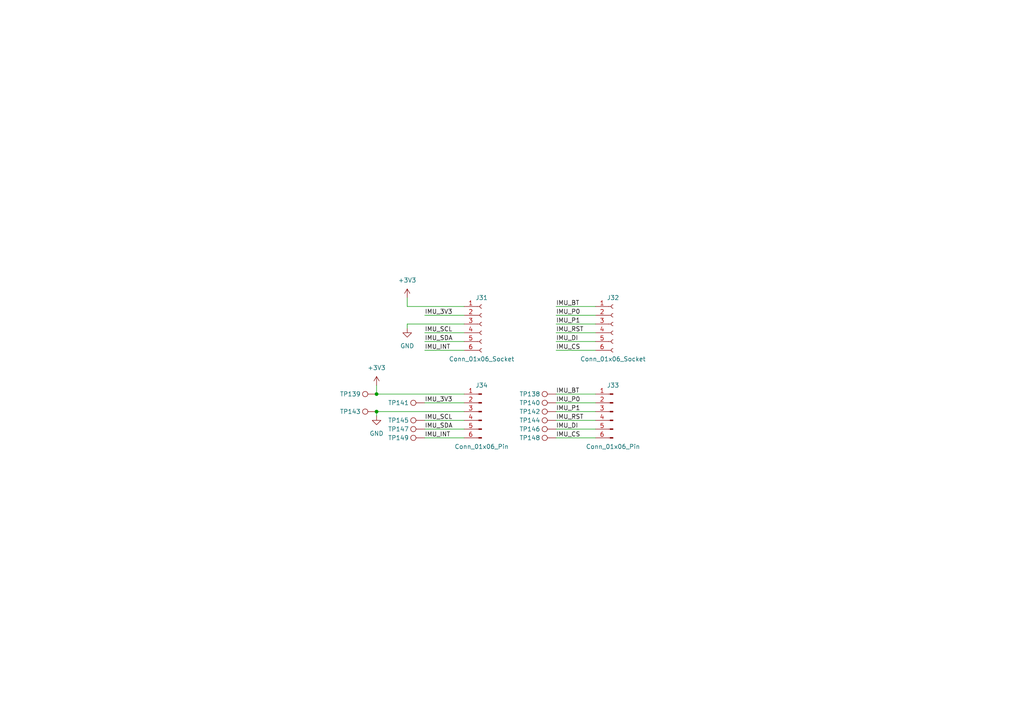
<source format=kicad_sch>
(kicad_sch (version 20231120) (generator "eeschema") (generator_version "8.0")
  (paper "A4")
  (title_block (title "Unidad de Medición Inercial") (date "2024-07-18") (rev "Final"))
  (lib_symbols
    (symbol "Connector:Conn_01x06_Pin" (pin_names (offset 1.016) hide)
      (property "Reference" "J" (at 0 7.62 0))
      (property "Value" "Conn_01x06_Pin" (at 0 -10.16 0))
      (symbol "Conn_01x06_Pin_1_1"
        (polyline (pts (xy 1.27 -7.62) (xy 0.8636 -7.62)) (stroke (width 0.1524)))
        (polyline (pts (xy 1.27 -5.08) (xy 0.8636 -5.08)) (stroke (width 0.1524)))
        (polyline (pts (xy 1.27 -2.54) (xy 0.8636 -2.54)) (stroke (width 0.1524)))
        (polyline (pts (xy 1.27 0) (xy 0.8636 0)) (stroke (width 0.1524)))
        (polyline (pts (xy 1.27 2.54) (xy 0.8636 2.54)) (stroke (width 0.1524)))
        (polyline (pts (xy 1.27 5.08) (xy 0.8636 5.08)) (stroke (width 0.1524)))
        (rectangle (start 0.8636 -7.493) (end 0 -7.747) (stroke (width 0.1524)) (fill (type outline)))
        (rectangle (start 0.8636 -4.953) (end 0 -5.207) (stroke (width 0.1524)) (fill (type outline)))
        (rectangle (start 0.8636 -2.413) (end 0 -2.667) (stroke (width 0.1524)) (fill (type outline)))
        (rectangle (start 0.8636 0.127) (end 0 -0.127) (stroke (width 0.1524)) (fill (type outline)))
        (rectangle (start 0.8636 2.667) (end 0 2.413) (stroke (width 0.1524)) (fill (type outline)))
        (rectangle (start 0.8636 5.207) (end 0 4.953) (stroke (width 0.1524)) (fill (type outline)))
        (pin passive line (at 5.08 5.08 180) (length 3.81) (name "Pin_1") (number "1"))
        (pin passive line (at 5.08 2.54 180) (length 3.81) (name "Pin_2") (number "2"))
        (pin passive line (at 5.08 0 180) (length 3.81) (name "Pin_3") (number "3"))
        (pin passive line (at 5.08 -2.54 180) (length 3.81) (name "Pin_4") (number "4"))
        (pin passive line (at 5.08 -5.08 180) (length 3.81) (name "Pin_5") (number "5"))
        (pin passive line (at 5.08 -7.62 180) (length 3.81) (name "Pin_6") (number "6"))
      )
    )
    (symbol "Connector:Conn_01x06_Socket" (pin_names (offset 1.016) hide)
      (property "Reference" "J" (at 0 7.62 0))
      (property "Value" "Conn_01x06_Socket" (at 0 -10.16 0))
      (symbol "Conn_01x06_Socket_1_1"
        (arc (start 0 -7.112) (mid -0.5058 -7.62) (end 0 -8.128) (stroke (width 0.1524)))
        (arc (start 0 -4.572) (mid -0.5058 -5.08) (end 0 -5.588) (stroke (width 0.1524)))
        (arc (start 0 -2.032) (mid -0.5058 -2.54) (end 0 -3.048) (stroke (width 0.1524)))
        (polyline (pts (xy -1.27 -7.62) (xy -0.508 -7.62)) (stroke (width 0.1524)))
        (polyline (pts (xy -1.27 -5.08) (xy -0.508 -5.08)) (stroke (width 0.1524)))
        (polyline (pts (xy -1.27 -2.54) (xy -0.508 -2.54)) (stroke (width 0.1524)))
        (polyline (pts (xy -1.27 0) (xy -0.508 0)) (stroke (width 0.1524)))
        (polyline (pts (xy -1.27 2.54) (xy -0.508 2.54)) (stroke (width 0.1524)))
        (polyline (pts (xy -1.27 5.08) (xy -0.508 5.08)) (stroke (width 0.1524)))
        (arc (start 0 0.508) (mid -0.5058 0) (end 0 -0.508) (stroke (width 0.1524)))
        (arc (start 0 3.048) (mid -0.5058 2.54) (end 0 2.032) (stroke (width 0.1524)))
        (arc (start 0 5.588) (mid -0.5058 5.08) (end 0 4.572) (stroke (width 0.1524)))
        (pin passive line (at -5.08 5.08 0) (length 3.81) (name "Pin_1") (number "1"))
        (pin passive line (at -5.08 2.54 0) (length 3.81) (name "Pin_2") (number "2"))
        (pin passive line (at -5.08 0 0) (length 3.81) (name "Pin_3") (number "3"))
        (pin passive line (at -5.08 -2.54 0) (length 3.81) (name "Pin_4") (number "4"))
        (pin passive line (at -5.08 -5.08 0) (length 3.81) (name "Pin_5") (number "5"))
        (pin passive line (at -5.08 -7.62 0) (length 3.81) (name "Pin_6") (number "6"))
      )
    )
    (symbol "Connector:TestPoint" (pin_numbers hide) (pin_names (offset 0.762) hide)
      (property "Reference" "TP" (at 0 6.858 0))
      (property "Value" "TestPoint" (at 0 5.08 0))
      (symbol "TestPoint_0_1"
        (circle (center 0 3.302) (radius 0.762))
      )
      (symbol "TestPoint_1_1"
        (pin passive line (at 0 0 90) (length 2.54) (name "1") (number "1"))
      )
    )
    (symbol "power:+3V3" (power) (pin_names (offset 0))
      (property "Value" "+3V3" (at 0 3.556 0))
      (symbol "+3V3_0_1"
        (polyline (pts (xy -0.762 1.27) (xy 0 2.54)))
        (polyline (pts (xy 0 0) (xy 0 2.54)))
        (polyline (pts (xy 0 2.54) (xy 0.762 1.27)))
      )
      (symbol "+3V3_1_1"
        (pin power_in line (at 0 0 90) (length 0) hide (name "+3V3") (number "1"))
      )
    )
    (symbol "power:GND" (power) (pin_names (offset 0))
      (property "Value" "GND" (at 0 -3.81 0))
      (symbol "GND_0_1"
        (polyline (pts (xy 0 0) (xy 0 -1.27) (xy 1.27 -1.27) (xy 0 -2.54) (xy -1.27 -1.27) (xy 0 -1.27)))
      )
      (symbol "GND_1_1"
        (pin power_in line (at 0 0 270) (length 0) hide (name "GND") (number "1"))
      )
    )
  )
  (junction (at 109.22 114.3))
  (junction (at 109.22 119.38))
  (wire (pts (xy 161.29 88.9) (xy 172.72 88.9)))
  (wire (pts (xy 161.29 124.46) (xy 172.72 124.46)))
  (wire (pts (xy 161.29 121.92) (xy 172.72 121.92)))
  (wire (pts (xy 123.19 96.52) (xy 134.62 96.52)))
  (wire (pts (xy 161.29 96.52) (xy 172.72 96.52)))
  (wire (pts (xy 123.19 91.44) (xy 134.62 91.44)))
  (wire (pts (xy 161.29 116.84) (xy 172.72 116.84)))
  (wire (pts (xy 123.19 127) (xy 134.62 127)))
  (wire (pts (xy 118.11 86.36) (xy 118.11 88.9)))
  (wire (pts (xy 161.29 93.98) (xy 172.72 93.98)))
  (wire (pts (xy 161.29 99.06) (xy 172.72 99.06)))
  (wire (pts (xy 134.62 93.98) (xy 118.11 93.98)))
  (wire (pts (xy 161.29 119.38) (xy 172.72 119.38)))
  (wire (pts (xy 109.22 114.3) (xy 134.62 114.3)))
  (wire (pts (xy 109.22 119.38) (xy 109.22 120.65)))
  (wire (pts (xy 109.22 111.76) (xy 109.22 114.3)))
  (wire (pts (xy 123.19 101.6) (xy 134.62 101.6)))
  (wire (pts (xy 161.29 114.3) (xy 172.72 114.3)))
  (wire (pts (xy 118.11 93.98) (xy 118.11 95.25)))
  (wire (pts (xy 109.22 119.38) (xy 134.62 119.38)))
  (wire (pts (xy 123.19 99.06) (xy 134.62 99.06)))
  (wire (pts (xy 118.11 88.9) (xy 134.62 88.9)))
  (wire (pts (xy 161.29 101.6) (xy 172.72 101.6)))
  (wire (pts (xy 123.19 121.92) (xy 134.62 121.92)))
  (wire (pts (xy 123.19 124.46) (xy 134.62 124.46)))
  (wire (pts (xy 161.29 91.44) (xy 172.72 91.44)))
  (wire (pts (xy 123.19 116.84) (xy 134.62 116.84)))
  (wire (pts (xy 161.29 127) (xy 172.72 127)))
  (label "IMU_CS" (at 161.29 127 0))
  (label "IMU_P1" (at 161.29 93.98 0))
  (label "IMU_DI" (at 161.29 99.06 0))
  (label "IMU_3V3" (at 123.19 116.84 0))
  (label "IMU_P0" (at 161.29 91.44 0))
  (label "IMU_RST" (at 161.29 96.52 0))
  (label "IMU_BT" (at 161.29 114.3 0))
  (label "IMU_INT" (at 123.19 101.6 0))
  (label "IMU_CS" (at 161.29 101.6 0))
  (label "IMU_SDA" (at 123.19 99.06 0))
  (label "IMU_P0" (at 161.29 116.84 0))
  (label "IMU_P1" (at 161.29 119.38 0))
  (label "IMU_BT" (at 161.29 88.9 0))
  (label "IMU_SCL" (at 123.19 96.52 0))
  (label "IMU_RST" (at 161.29 121.92 0))
  (label "IMU_DI" (at 161.29 124.46 0))
  (label "IMU_INT" (at 123.19 127 0))
  (label "IMU_SDA" (at 123.19 124.46 0))
  (label "IMU_3V3" (at 123.19 91.44 0))
  (label "IMU_SCL" (at 123.19 121.92 0))
  (symbol (lib_id "Connector:TestPoint") (at 161.29 124.46 90) (unit 1)
    (property "Reference" "TP146" (at 153.67 124.46 90))
    (property "Value" "TestPoint" (effects (hide yes)))
    (property "Footprint" "TestPoint:TestPoint_Pad_D1.5mm" (effects (hide yes)))
  )
  (symbol (lib_id "Connector:TestPoint") (at 161.29 121.92 90) (unit 1)
    (property "Reference" "TP144" (at 153.67 121.92 90))
    (property "Value" "TestPoint" (effects (hide yes)))
    (property "Footprint" "TestPoint:TestPoint_Pad_D1.5mm" (effects (hide yes)))
  )
  (symbol (lib_id "Connector:TestPoint") (at 161.29 119.38 90) (unit 1)
    (property "Reference" "TP142" (at 153.67 119.38 90))
    (property "Value" "TestPoint" (effects (hide yes)))
    (property "Footprint" "TestPoint:TestPoint_Pad_D1.5mm" (effects (hide yes)))
  )
  (symbol (lib_id "Connector:TestPoint") (at 123.19 116.84 90) (unit 1)
    (property "Reference" "TP141" (at 115.57 116.84 90))
    (property "Value" "TestPoint" (effects (hide yes)))
    (property "Footprint" "TestPoint:TestPoint_Pad_D1.5mm" (effects (hide yes)))
  )
  (symbol (lib_id "Connector:TestPoint") (at 123.19 121.92 90) (unit 1)
    (property "Reference" "TP145" (at 115.57 121.92 90))
    (property "Value" "TestPoint" (effects (hide yes)))
    (property "Footprint" "TestPoint:TestPoint_Pad_D1.5mm" (effects (hide yes)))
  )
  (symbol (lib_id "power:+3V3") (at 118.11 86.36 0) (unit 1)
    (property "Reference" "#PWR078" (effects (hide yes)))
    (property "Value" "+3V3" (at 118.11 81.28 0))
  )
  (symbol (lib_id "Connector:TestPoint") (at 109.22 114.3 90) (unit 1)
    (property "Reference" "TP139" (at 101.6 114.3 90))
    (property "Value" "TestPoint" (effects (hide yes)))
    (property "Footprint" "TestPoint:TestPoint_Pad_D1.5mm" (effects (hide yes)))
  )
  (symbol (lib_id "Connector:Conn_01x06_Pin") (at 139.7 119.38 0) (mirror y) (unit 1)
    (property "Reference" "J34" (at 139.7 111.76 0))
    (property "Value" "Conn_01x06_Pin" (at 139.7 129.54 0))
    (property "Footprint" "Connector_PinHeader_2.54mm:PinHeader_1x06_P2.54mm_Vertical" (effects (hide yes)))
  )
  (symbol (lib_id "power:GND") (at 118.11 95.25 0) (unit 1)
    (property "Reference" "#PWR079" (effects (hide yes)))
    (property "Value" "GND" (at 118.11 100.33 0))
  )
  (symbol (lib_id "Connector:TestPoint") (at 161.29 127 90) (unit 1)
    (property "Reference" "TP148" (at 153.67 127 90))
    (property "Value" "TestPoint" (effects (hide yes)))
    (property "Footprint" "TestPoint:TestPoint_Pad_D1.5mm" (effects (hide yes)))
  )
  (symbol (lib_id "power:+3V3") (at 109.22 111.76 0) (unit 1)
    (property "Reference" "#PWR080" (effects (hide yes)))
    (property "Value" "+3V3" (at 109.22 106.68 0))
  )
  (symbol (lib_id "power:GND") (at 109.22 120.65 0) (unit 1)
    (property "Reference" "#PWR081" (effects (hide yes)))
    (property "Value" "GND" (at 109.22 125.73 0))
  )
  (symbol (lib_id "Connector:TestPoint") (at 123.19 124.46 90) (unit 1)
    (property "Reference" "TP147" (at 115.57 124.46 90))
    (property "Value" "TestPoint" (effects (hide yes)))
    (property "Footprint" "TestPoint:TestPoint_Pad_D1.5mm" (effects (hide yes)))
  )
  (symbol (lib_id "Connector:TestPoint") (at 109.22 119.38 90) (unit 1)
    (property "Reference" "TP143" (at 101.6 119.38 90))
    (property "Value" "TestPoint" (effects (hide yes)))
    (property "Footprint" "TestPoint:TestPoint_Pad_D1.5mm" (effects (hide yes)))
  )
  (symbol (lib_id "Connector:TestPoint") (at 161.29 114.3 90) (unit 1)
    (property "Reference" "TP138" (at 153.67 114.3 90))
    (property "Value" "TestPoint" (effects (hide yes)))
    (property "Footprint" "TestPoint:TestPoint_Pad_D1.5mm" (effects (hide yes)))
  )
  (symbol (lib_id "Connector:Conn_01x06_Socket") (at 177.8 93.98 0) (unit 1)
    (property "Reference" "J32" (at 177.8 86.36 0))
    (property "Value" "Conn_01x06_Socket" (at 177.8 104.14 0))
    (property "Footprint" "Connector_PinSocket_2.54mm:PinSocket_1x06_P2.54mm_Vertical" (effects (hide yes)))
  )
  (symbol (lib_id "Connector:Conn_01x06_Pin") (at 177.8 119.38 0) (mirror y) (unit 1)
    (property "Reference" "J33" (at 177.8 111.76 0))
    (property "Value" "Conn_01x06_Pin" (at 177.8 129.54 0))
    (property "Footprint" "Connector_PinHeader_2.54mm:PinHeader_1x06_P2.54mm_Vertical" (effects (hide yes)))
  )
  (symbol (lib_id "Connector:Conn_01x06_Socket") (at 139.7 93.98 0) (unit 1)
    (property "Reference" "J31" (at 139.7 86.36 0))
    (property "Value" "Conn_01x06_Socket" (at 139.7 104.14 0))
    (property "Footprint" "Connector_PinSocket_2.54mm:PinSocket_1x06_P2.54mm_Vertical" (effects (hide yes)))
  )
  (symbol (lib_id "Connector:TestPoint") (at 161.29 116.84 90) (unit 1)
    (property "Reference" "TP140" (at 153.67 116.84 90))
    (property "Value" "TestPoint" (effects (hide yes)))
    (property "Footprint" "TestPoint:TestPoint_Pad_D1.5mm" (effects (hide yes)))
  )
  (symbol (lib_id "Connector:TestPoint") (at 123.19 127 90) (unit 1)
    (property "Reference" "TP149" (at 115.57 127 90))
    (property "Value" "TestPoint" (effects (hide yes)))
    (property "Footprint" "TestPoint:TestPoint_Pad_D1.5mm" (effects (hide yes)))
  )
)
</source>
